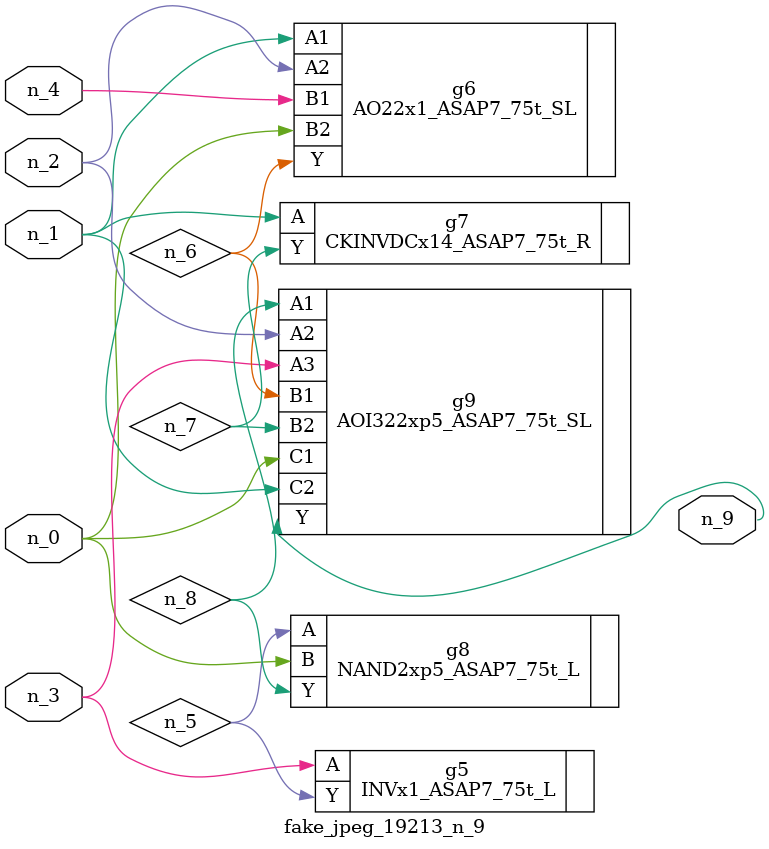
<source format=v>
module fake_jpeg_19213_n_9 (n_3, n_2, n_1, n_0, n_4, n_9);

input n_3;
input n_2;
input n_1;
input n_0;
input n_4;

output n_9;

wire n_8;
wire n_6;
wire n_5;
wire n_7;

INVx1_ASAP7_75t_L g5 ( 
.A(n_3),
.Y(n_5)
);

AO22x1_ASAP7_75t_SL g6 ( 
.A1(n_1),
.A2(n_2),
.B1(n_4),
.B2(n_0),
.Y(n_6)
);

CKINVDCx14_ASAP7_75t_R g7 ( 
.A(n_1),
.Y(n_7)
);

NAND2xp5_ASAP7_75t_L g8 ( 
.A(n_5),
.B(n_0),
.Y(n_8)
);

AOI322xp5_ASAP7_75t_SL g9 ( 
.A1(n_8),
.A2(n_2),
.A3(n_3),
.B1(n_6),
.B2(n_7),
.C1(n_0),
.C2(n_1),
.Y(n_9)
);


endmodule
</source>
